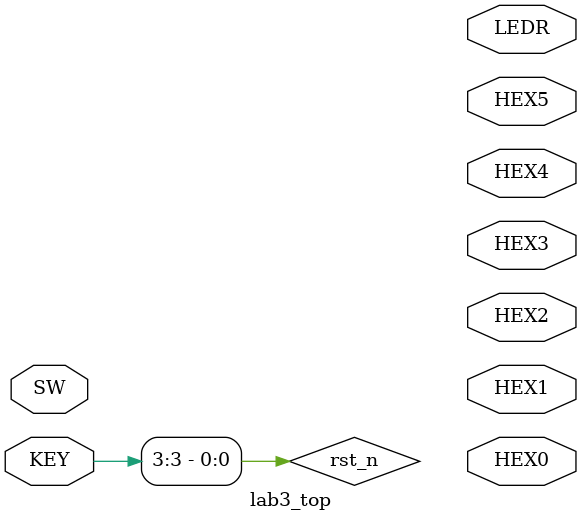
<source format=sv>
module lab3_top(SW,KEY,HEX0,HEX1,HEX2,HEX3,HEX4,HEX5,LEDR);
  input [9:0] SW;
  input [3:0] KEY;
  output [6:0] HEX0, HEX1, HEX2, HEX3, HEX4, HEX5;
  output [9:0] LEDR;   // optional: use these outputs for debugging on your DE1-SoC

  wire clk = ~KEY[0];  // this is your clock
  wire rst_n = KEY[3]; // this is your reset; your reset should be synchronous and active-low

  // put your solution code here!
endmodule

</source>
